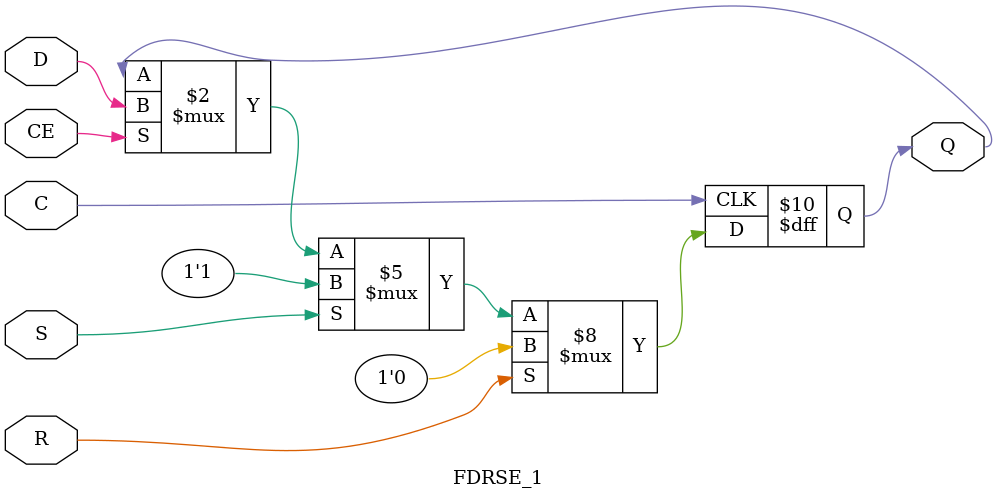
<source format=v>

/*

FUNCTION	: D-FLIP-FLOP with sync reset, sync set and clock enable

*/

`celldefine
`timescale  100 ps / 10 ps

module FDRSE_1 (Q, C, CE, D, R, S);

    parameter INIT = 1'b0;

    output Q;
    reg    Q;

    input  C, CE, D, R, S;

	always @(negedge C)
	    if (R)
		Q <= 0;
	    else if (S)
		Q <= 1;
	    else if (CE)
		Q <= D;

endmodule

</source>
